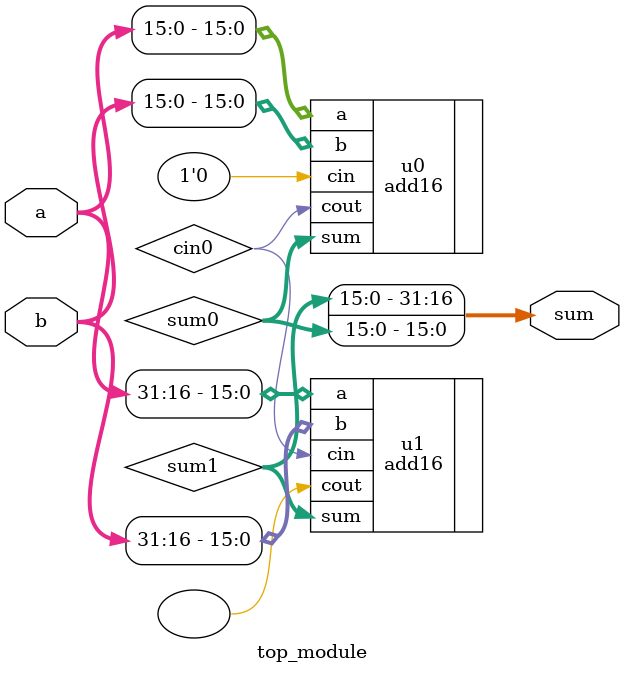
<source format=v>
module top_module(
    input [31:0] a,
    input [31:0] b,
    output [31:0] sum
);

wire	cin0;
wire	[15:0]	sum0,sum1;    
    
add16 u0(
    .a(a[15:0]),
    .b(b[15:0]),
    .cin(1'b0),
    .sum(sum0),
    .cout(cin0) 
);
    
add16 u1(
    .a(a[31:16]),
    .b(b[31:16]),
    .cin(cin0),
    .sum(sum1),
    .cout() 
);    
    
assign sum = {sum1,sum0};

endmodule
</source>
